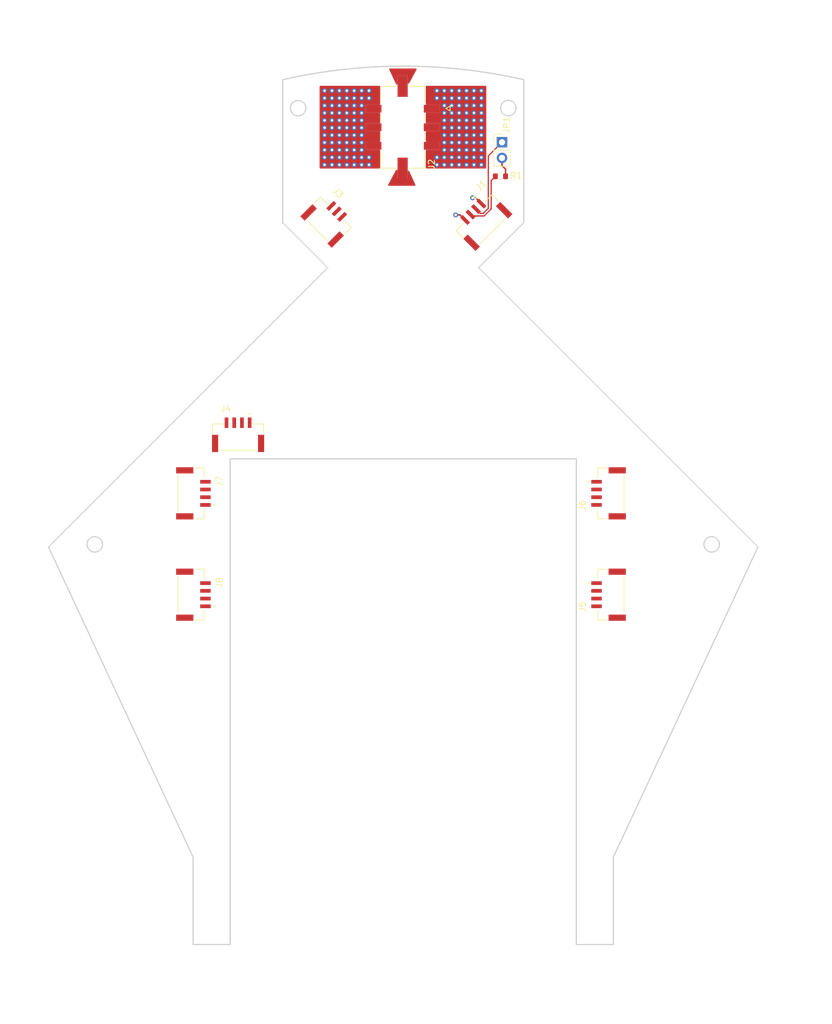
<source format=kicad_pcb>
(kicad_pcb (version 20240108) (generator "pcbnew") (generator_version "8.0")
  (layers (0 "F.Cu" signal) (1 "In1.Cu" power) (2 "In2.Cu" power) (31 "B.Cu" signal) (34 "B.Paste" user) (35 "F.Paste" user) (36 "B.SilkS" user "B.Silkscreen") (37 "F.SilkS" user "F.Silkscreen") (38 "B.Mask" user) (39 "F.Mask" user) (44 "Edge.Cuts" user))
  (net 0 "")
  (net 1 "CAN+")
  (net 2 "Net-(JP1-B)")
  (net 3 "GND")
  (net 4 "CAN-")
  (net 5 "VCC")
  (net 6 "/MP2_POWER")
  (net 7 "/MP1_POWER")
  (net 8 "+5V")
  (net 9 "BKBM")
  (footprint "bots:JST_BM04B-GHS-TBT" (layer "F.Cu") (at 92.4625 50.8625 45)
    (property "Reference" "J1" (at 3.926458 -5.48954 45) (layer "F.SilkS"))
    (property "Value" "JST_BM04B-GHS-TBT")
    (fp_line (start -4.125 -3.15) (end -2.5 -3.149999) (stroke (width 0.127)) (layer "F.SilkS"))
    (fp_line (start -4.125 -1.72) (end -4.125 -3.15) (stroke (width 0.127)) (layer "F.SilkS"))
    (fp_line (start -2.9 1.1) (end 2.9 1.1) (stroke (width 0.127)) (layer "F.SilkS"))
    (fp_line (start 2.5 -3.149999) (end 4.125 -3.15) (stroke (width 0.127)) (layer "F.SilkS"))
    (fp_line (start 4.125 -1.72) (end 4.125 -3.15) (stroke (width 0.127)) (layer "F.SilkS"))
    (fp_circle (center 1.875 -4.8) (end 1.974999 -4.8) (stroke (width 0.2)) (fill none) (layer "F.SilkS"))
    (pad "1" smd rect (at 1.875 -3.35 135) (size 1.7 0.6) (layers "F.Cu" "F.Paste" "F.Mask") (net 3 "GND"))
    (pad "2" smd rect (at 0.625 -3.35 135) (size 1.7 0.6) (layers "F.Cu" "F.Paste" "F.Mask") (net 1 "CAN+"))
    (pad "3" smd rect (at -0.625 -3.35 135) (size 1.7 0.6) (layers "F.Cu" "F.Paste" "F.Mask") (net 4 "CAN-"))
    (pad "4" smd rect (at -1.875 -3.35 135) (size 1.7 0.6) (layers "F.Cu" "F.Paste" "F.Mask") (net 3 "GND"))
    (pad "S1" smd rect (at -3.725 0 315) (size 2.8 1) (layers "F.Cu" "F.Paste" "F.Mask"))
    (pad "S2" smd rect (at 3.725 0 315) (size 2.8 1) (layers "F.Cu" "F.Paste" "F.Mask"))
  )
  (footprint "bots:R_0603_1608Metric" (layer "F.Cu") (at 94.5 42.75 180)
    (property "Reference" "R1" (at -2.55 0.1 180) (layer "F.SilkS"))
    (property "Value" "120R")
    (fp_line (start -0.237258 0.5225) (end 0.237258 0.5225) (stroke (width 0.12)) (layer "F.SilkS"))
    (fp_line (start -0.237258 -0.5225) (end 0.237258 -0.5225) (stroke (width 0.12)) (layer "F.SilkS"))
    (pad "1" smd roundrect (at -0.825 0 180) (size 0.8 0.95) (layers "F.Cu" "F.Paste" "F.Mask") (net 2 "Net-(JP1-B)"))
    (pad "2" smd roundrect (at 0.825 0 180) (size 0.8 0.95) (layers "F.Cu" "F.Paste" "F.Mask") (net 4 "CAN-"))
  )
  (footprint "bots:JST_BM04B-GHS-TBT" (layer "F.Cu") (at 43.3625 110.5 -90)
    (property "Reference" "J8" (at -1.96 -5.608 90) (layer "F.SilkS"))
    (property "Value" "JST_BM04B-GHS-TBT")
    (fp_line (start -2.9 1.1) (end 2.9 1.1) (stroke (width 0.127)) (layer "F.SilkS"))
    (fp_line (start -4.125 -1.72) (end -4.125 -3.15) (stroke (width 0.127)) (layer "F.SilkS"))
    (fp_line (start 4.125 -1.72) (end 4.125 -3.15) (stroke (width 0.127)) (layer "F.SilkS"))
    (fp_line (start -4.125 -3.15) (end -2.5 -3.15) (stroke (width 0.127)) (layer "F.SilkS"))
    (fp_line (start 2.5 -3.15) (end 4.125 -3.15) (stroke (width 0.127)) (layer "F.SilkS"))
    (fp_circle (center 1.875 -4.8) (end 1.975 -4.8) (stroke (width 0.2)) (fill none) (layer "F.SilkS"))
    (pad "1" smd rect (at 1.875 -3.35) (size 1.7 0.6) (layers "F.Cu" "F.Paste" "F.Mask") (net 3 "GND"))
    (pad "2" smd rect (at 0.625 -3.35) (size 1.7 0.6) (layers "F.Cu" "F.Paste" "F.Mask"))
    (pad "3" smd rect (at -0.625 -3.35) (size 1.7 0.6) (layers "F.Cu" "F.Paste" "F.Mask"))
    (pad "4" smd rect (at -1.875 -3.35) (size 1.7 0.6) (layers "F.Cu" "F.Paste" "F.Mask") (net 3 "GND"))
    (pad "S1" smd rect (at -3.725 0 180) (size 2.8 1) (layers "F.Cu" "F.Paste" "F.Mask"))
    (pad "S2" smd rect (at 3.725 0 180) (size 2.8 1) (layers "F.Cu" "F.Paste" "F.Mask"))
  )
  (footprint "bots:JST_BM04B-GHS-TBT" (layer "F.Cu") (at 52 86)
    (property "Reference" "J4" (at -1.96 -5.608 360) (layer "F.SilkS"))
    (property "Value" "JST_BM04B-GHS-TBT")
    (fp_line (start -4.125 -3.15) (end -2.5 -3.15) (stroke (width 0.127)) (layer "F.SilkS"))
    (fp_line (start -4.125 -1.72) (end -4.125 -3.15) (stroke (width 0.127)) (layer "F.SilkS"))
    (fp_line (start -2.9 1.1) (end 2.9 1.1) (stroke (width 0.127)) (layer "F.SilkS"))
    (fp_line (start 2.5 -3.15) (end 4.125 -3.15) (stroke (width 0.127)) (layer "F.SilkS"))
    (fp_line (start 4.125 -1.72) (end 4.125 -3.15) (stroke (width 0.127)) (layer "F.SilkS"))
    (fp_circle (center 1.875 -4.8) (end 1.975 -4.8) (stroke (width 0.2)) (fill none) (layer "F.SilkS"))
    (pad "1" smd rect (at 1.875 -3.35 90) (size 1.7 0.6) (layers "F.Cu" "F.Paste" "F.Mask") (net 3 "GND"))
    (pad "2" smd rect (at 0.625 -3.35 90) (size 1.7 0.6) (layers "F.Cu" "F.Paste" "F.Mask"))
    (pad "3" smd rect (at -0.625 -3.35 90) (size 1.7 0.6) (layers "F.Cu" "F.Paste" "F.Mask"))
    (pad "4" smd rect (at -1.875 -3.35 90) (size 1.7 0.6) (layers "F.Cu" "F.Paste" "F.Mask") (net 3 "GND"))
    (pad "S1" smd rect (at -3.725 0 270) (size 2.8 1) (layers "F.Cu" "F.Paste" "F.Mask"))
    (pad "S2" smd rect (at 3.725 0 270) (size 2.8 1) (layers "F.Cu" "F.Paste" "F.Mask"))
  )
  (footprint "bots:TE_1586842-6_6PIN" (layer "F.Cu") (at 83.35325 31.7975 90)
    (property "Reference" "J2" (at -9 0 90) (layer "F.SilkS"))
    (property "Value" "1586842-6")
    (fp_line (start 3.629401 -8.256) (end 0.96774 -8.256) (stroke (width 0.1524)) (layer "F.SilkS"))
    (fp_line (start -0.96774 -8.256) (end -2.032259 -8.256) (stroke (width 0.1524)) (layer "F.SilkS"))
    (fp_line (start -3.967739 -8.256) (end -5.032258 -8.256) (stroke (width 0.1524)) (layer "F.SilkS"))
    (fp_line (start -6.967738 -8.256) (end -9.629399 -8.256) (stroke (width 0.1524)) (layer "F.SilkS"))
    (fp_line (start -9.629399 -8.256) (end -9.629399 -5.85824) (stroke (width 0.1524)) (layer "F.SilkS"))
    (fp_line (start 3.629401 -5.85824) (end 3.629401 -8.256) (stroke (width 0.1524)) (layer "F.SilkS"))
    (fp_line (start -9.629399 -3.54176) (end -9.629399 -1.144) (stroke (width 0.1524)) (layer "F.SilkS"))
    (fp_line (start 3.629401 -1.144) (end 3.629401 -3.54176) (stroke (width 0.1524)) (layer "F.SilkS"))
    (fp_line (start 0.96774 -1.144) (end 3.629401 -1.144) (stroke (width 0.1524)) (layer "F.SilkS"))
    (fp_line (start -2.032259 -1.144) (end -0.96774 -1.144) (stroke (width 0.1524)) (layer "F.SilkS"))
    (fp_line (start -5.032258 -1.144) (end -3.967739 -1.144) (stroke (width 0.1524)) (layer "F.SilkS"))
    (fp_line (start -9.629399 -1.144) (end -6.967738 -1.144) (stroke (width 0.1524)) (layer "F.SilkS"))
    (fp_line (start 0.045 2.295) (end -0.355 2.995) (stroke (width 0.127)) (layer "F.SilkS"))
    (fp_line (start 0.445 2.995) (end 0.045 2.295) (stroke (width 0.127)) (layer "F.SilkS"))
    (fp_line (start -0.355 2.995) (end 0.445 2.995) (stroke (width 0.127)) (layer "F.SilkS"))
    (pad "1" smd rect (at 0 0.000001 90) (size 1.27 2.54) (layers "F.Cu" "F.Paste" "F.Mask") (net 3 "GND"))
    (pad "2" smd rect (at -2.999999 0.000001 90) (size 1.27 2.54) (layers "F.Cu" "F.Paste" "F.Mask") (net 3 "GND"))
    (pad "3" smd rect (at -5.999998 0.000001 90) (size 1.27 2.54) (layers "F.Cu" "F.Paste" "F.Mask") (net 3 "GND"))
    (pad "4" smd rect (at 0 -9.4 90) (size 1.27 2.54) (layers "F.Cu" "F.Paste" "F.Mask") (net 5 "VCC"))
    (pad "5" smd rect (at -2.999999 -9.4 90) (size 1.27 2.54) (layers "F.Cu" "F.Paste" "F.Mask") (net 5 "VCC"))
    (pad "6" smd rect (at -5.999998 -9.4 90) (size 1.27 2.54) (layers "F.Cu" "F.Paste" "F.Mask") (net 5 "VCC"))
    (pad "MP1" smd rect (at -9.634999 -4.7 90) (size 3.429 1.651) (layers "F.Cu" "F.Paste" "F.Mask") (net 7 "/MP1_POWER"))
    (pad "MP2" smd rect (at 3.635001 -4.7 90) (size 3.429 1.651) (layers "F.Cu" "F.Paste" "F.Mask") (net 6 "/MP2_POWER"))
  )
  (footprint "bots:JST_BM04B-GHS-TBT" (layer "F.Cu") (at 43.3625 94.0875 -90)
    (property "Reference" "J7" (at -1.96 -5.608 90) (layer "F.SilkS"))
    (property "Value" "JST_BM04B-GHS-TBT")
    (fp_line (start -2.9 1.1) (end 2.9 1.1) (stroke (width 0.127)) (layer "F.SilkS"))
    (fp_line (start -4.125 -1.72) (end -4.125 -3.15) (stroke (width 0.127)) (layer "F.SilkS"))
    (fp_line (start 4.125 -1.72) (end 4.125 -3.15) (stroke (width 0.127)) (layer "F.SilkS"))
    (fp_line (start -4.125 -3.15) (end -2.5 -3.15) (stroke (width 0.127)) (layer "F.SilkS"))
    (fp_line (start 2.5 -3.15) (end 4.125 -3.15) (stroke (width 0.127)) (layer "F.SilkS"))
    (fp_circle (center 1.875 -4.8) (end 1.975 -4.8) (stroke (width 0.2)) (fill none) (layer "F.SilkS"))
    (pad "1" smd rect (at 1.875 -3.35) (size 1.7 0.6) (layers "F.Cu" "F.Paste" "F.Mask") (net 3 "GND"))
    (pad "2" smd rect (at 0.625 -3.35) (size 1.7 0.6) (layers "F.Cu" "F.Paste" "F.Mask"))
    (pad "3" smd rect (at -0.625 -3.35) (size 1.7 0.6) (layers "F.Cu" "F.Paste" "F.Mask"))
    (pad "4" smd rect (at -1.875 -3.35) (size 1.7 0.6) (layers "F.Cu" "F.Paste" "F.Mask") (net 3 "GND"))
    (pad "S1" smd rect (at -3.725 0 180) (size 2.8 1) (layers "F.Cu" "F.Paste" "F.Mask"))
    (pad "S2" smd rect (at 3.725 0 180) (size 2.8 1) (layers "F.Cu" "F.Paste" "F.Mask"))
  )
  (footprint "bots:JST_BM04B-GHS-TBT" (layer "F.Cu") (at 113.4125 110.5 90)
    (property "Reference" "J5" (at -1.96 -5.608 270) (layer "F.SilkS"))
    (property "Value" "JST_BM04B-GHS-TBT")
    (fp_line (start 2.5 -3.15) (end 4.125 -3.15) (stroke (width 0.127)) (layer "F.SilkS"))
    (fp_line (start -4.125 -3.15) (end -2.5 -3.15) (stroke (width 0.127)) (layer "F.SilkS"))
    (fp_line (start 4.125 -1.72) (end 4.125 -3.15) (stroke (width 0.127)) (layer "F.SilkS"))
    (fp_line (start -4.125 -1.72) (end -4.125 -3.15) (stroke (width 0.127)) (layer "F.SilkS"))
    (fp_line (start -2.9 1.1) (end 2.9 1.1) (stroke (width 0.127)) (layer "F.SilkS"))
    (fp_circle (center 1.875 -4.8) (end 1.975 -4.8) (stroke (width 0.2)) (fill none) (layer "F.SilkS"))
    (pad "1" smd rect (at 1.875 -3.35 180) (size 1.7 0.6) (layers "F.Cu" "F.Paste" "F.Mask") (net 3 "GND"))
    (pad "2" smd rect (at 0.625 -3.35 180) (size 1.7 0.6) (layers "F.Cu" "F.Paste" "F.Mask"))
    (pad "3" smd rect (at -0.625 -3.35 180) (size 1.7 0.6) (layers "F.Cu" "F.Paste" "F.Mask"))
    (pad "4" smd rect (at -1.875 -3.35 180) (size 1.7 0.6) (layers "F.Cu" "F.Paste" "F.Mask") (net 3 "GND"))
    (pad "S1" smd rect (at -3.725 0) (size 2.8 1) (layers "F.Cu" "F.Paste" "F.Mask"))
    (pad "S2" smd rect (at 3.725 0) (size 2.8 1) (layers "F.Cu" "F.Paste" "F.Mask"))
  )
  (footprint "bots:JST_BM03B-GHS-TBT" (layer "F.Cu") (at 65.610051 50.78995 -45)
    (property "Reference" "J3" (at -1.96 -5.608 135) (layer "F.SilkS"))
    (property "Value" "JST_BM03B-GHS-TBT")
    (fp_line (start -2.274999 1.1) (end 2.274999 1.1) (stroke (width 0.127)) (layer "F.SilkS"))
    (fp_line (start -3.5 -1.72) (end -3.5 -3.15) (stroke (width 0.127)) (layer "F.SilkS"))
    (fp_line (start -3.5 -3.15) (end -1.875 -3.15) (stroke (width 0.127)) (layer "F.SilkS"))
    (fp_line (start 1.875 -3.15) (end 3.5 -3.15) (stroke (width 0.127)) (layer "F.SilkS"))
    (fp_line (start 3.5 -1.72) (end 3.5 -3.15) (stroke (width 0.127)) (layer "F.SilkS"))
    (fp_circle (center 1.25 -4.8) (end 1.35 -4.8) (stroke (width 0.2)) (fill none) (layer "F.SilkS"))
    (pad "1" smd rect (at 1.25 -3.35 45) (size 1.7 0.6) (layers "F.Cu" "F.Paste" "F.Mask") (net 9 "BKBM"))
    (pad "2" smd rect (at 0 -3.35 45) (size 1.7 0.6) (layers "F.Cu" "F.Paste" "F.Mask") (net 8 "+5V"))
    (pad "3" smd rect (at -1.25 -3.35 45) (size 1.7 0.6) (layers "F.Cu" "F.Paste" "F.Mask") (net 3 "GND"))
    (pad "S1" smd rect (at -3.1 0 225) (size 2.8 1) (layers "F.Cu" "F.Paste" "F.Mask"))
    (pad "S2" smd rect (at 3.1 0 225) (size 2.8 1) (layers "F.Cu" "F.Paste" "F.Mask"))
  )
  (footprint "Connector_PinHeader_2.54mm:PinHeader_1x02_P2.54mm_Vertical" (layer "F.Cu") (at 94.75 37.225)
    (property "Reference" "JP1" (at 0.75 -2.8 90) (layer "F.SilkS"))
    (property "Value" "Jumper_2_Bridged")
    (fp_line (start -1.33 -1.33) (end 0 -1.33) (stroke (width 0.12)) (layer "F.SilkS"))
    (fp_line (start -1.33 0) (end -1.33 -1.33) (stroke (width 0.12)) (layer "F.SilkS"))
    (fp_line (start -1.33 1.27) (end -1.33 3.87) (stroke (width 0.12)) (layer "F.SilkS"))
    (fp_line (start -1.33 1.27) (end 1.33 1.27) (stroke (width 0.12)) (layer "F.SilkS"))
    (fp_line (start -1.33 3.87) (end 1.33 3.87) (stroke (width 0.12)) (layer "F.SilkS"))
    (fp_line (start 1.33 1.27) (end 1.33 3.87) (stroke (width 0.12)) (layer "F.SilkS"))
    (pad "1" thru_hole rect (at 0 0) (size 1.7 1.7) (drill 1) (layers "*.Cu" "*.Mask") (net 1 "CAN+"))
    (pad "2" thru_hole oval (at 0 2.54) (size 1.7 1.7) (drill 1) (layers "*.Cu" "*.Mask") (net 2 "Net-(JP1-B)"))
  )
  (footprint "bots:JST_BM04B-GHS-TBT" (layer "F.Cu") (at 113.4125 94.0875 90)
    (property "Reference" "J6" (at -1.96 -5.608 270) (layer "F.SilkS"))
    (property "Value" "JST_BM04B-GHS-TBT")
    (fp_line (start 2.5 -3.15) (end 4.125 -3.15) (stroke (width 0.127)) (layer "F.SilkS"))
    (fp_line (start -4.125 -3.15) (end -2.5 -3.15) (stroke (width 0.127)) (layer "F.SilkS"))
    (fp_line (start 4.125 -1.72) (end 4.125 -3.15) (stroke (width 0.127)) (layer "F.SilkS"))
    (fp_line (start -4.125 -1.72) (end -4.125 -3.15) (stroke (width 0.127)) (layer "F.SilkS"))
    (fp_line (start -2.9 1.1) (end 2.9 1.1) (stroke (width 0.127)) (layer "F.SilkS"))
    (fp_circle (center 1.875 -4.8) (end 1.975 -4.8) (stroke (width 0.2)) (fill none) (layer "F.SilkS"))
    (pad "1" smd rect (at 1.875 -3.35 180) (size 1.7 0.6) (layers "F.Cu" "F.Paste" "F.Mask") (net 3 "GND"))
    (pad "2" smd rect (at 0.625 -3.35 180) (size 1.7 0.6) (layers "F.Cu" "F.Paste" "F.Mask"))
    (pad "3" smd rect (at -0.625 -3.35 180) (size 1.7 0.6) (layers "F.Cu" "F.Paste" "F.Mask"))
    (pad "4" smd rect (at -1.875 -3.35 180) (size 1.7 0.6) (layers "F.Cu" "F.Paste" "F.Mask") (net 3 "GND"))
    (pad "S1" smd rect (at -3.725 0) (size 2.8 1) (layers "F.Cu" "F.Paste" "F.Mask"))
    (pad "S2" smd rect (at 3.725 0) (size 2.8 1) (layers "F.Cu" "F.Paste" "F.Mask"))
  )
  (gr_line (start 21.292766 102.770616) (end 22.198021 104.711941) (stroke (width 0.2)) (layer "Edge.Cuts"))
  (gr_line (start 98.273023 50.245341) (end 98.273023 27.094819) (stroke (width 0.2)) (layer "Edge.Cuts"))
  (gr_arc (start 59.226977 27.094819) (mid 78.75 24.901877) (end 98.273023 27.094819) (stroke (width 0.2)) (layer "Edge.Cuts"))
  (gr_line (start 135.301979 104.711941) (end 136.207234 102.770616) (stroke (width 0.2)) (layer "Edge.Cuts"))
  (gr_line (start 22.807399 101.255983) (end 21.292766 102.770616) (stroke (width 0.2)) (layer "Edge.Cuts"))
  (gr_line (start 106.783705 167.15094) (end 112.783705 167.15094) (stroke (width 0.2)) (layer "Edge.Cuts"))
  (gr_line (start 66.52251 57.540873) (end 60.991165 63.072217) (stroke (width 0.2)) (layer "Edge.Cuts"))
  (gr_line (start 50.716295 167.15094) (end 50.716295 88.5) (stroke (width 0.2)) (layer "Edge.Cuts"))
  (gr_line (start 112.783705 167.15094) (end 112.783705 153.002536) (stroke (width 0.2)) (layer "Edge.Cuts"))
  (gr_line (start 59.226977 50.245341) (end 66.52251 57.540873) (stroke (width 0.2)) (layer "Edge.Cuts"))
  (gr_line (start 115.016303 148.214715) (end 135.301979 104.711941) (stroke (width 0.2)) (layer "Edge.Cuts"))
  (gr_line (start 90.97749 57.540873) (end 98.273023 50.245341) (stroke (width 0.2)) (layer "Edge.Cuts"))
  (gr_line (start 22.198021 104.711941) (end 42.483697 148.214715) (stroke (width 0.2)) (layer "Edge.Cuts"))
  (gr_circle (center 28.787804 102.346646) (end 30.037804 102.346646) (stroke (width 0.2)) (fill none) (layer "Edge.Cuts"))
  (gr_line (start 44.716295 167.15094) (end 50.716295 167.15094) (stroke (width 0.2)) (layer "Edge.Cuts"))
  (gr_line (start 136.207234 102.770616) (end 134.692601 101.255983) (stroke (width 0.2)) (layer "Edge.Cuts"))
  (gr_line (start 106.783705 88.5) (end 106.783705 167.15094) (stroke (width 0.2)) (layer "Edge.Cuts"))
  (gr_line (start 44.716295 153.002536) (end 44.716295 167.15094) (stroke (width 0.2)) (layer "Edge.Cuts"))
  (gr_circle (center 95.773023 31.706012) (end 97.023023 31.706012) (stroke (width 0.2)) (fill none) (layer "Edge.Cuts"))
  (gr_line (start 134.692601 101.255983) (end 96.508835 63.072217) (stroke (width 0.2)) (layer "Edge.Cuts"))
  (gr_line (start 59.226977 27.094819) (end 59.226977 50.245341) (stroke (width 0.2)) (layer "Edge.Cuts"))
  (gr_line (start 112.783705 153.002536) (end 115.016303 148.214715) (stroke (width 0.2)) (layer "Edge.Cuts"))
  (gr_line (start 50.716295 88.5) (end 106.783705 88.5) (stroke (width 0.2)) (layer "Edge.Cuts"))
  (gr_circle (center 128.712196 102.346646) (end 129.962196 102.346646) (stroke (width 0.2)) (fill none) (layer "Edge.Cuts"))
  (gr_line (start 60.991165 63.072217) (end 22.807399 101.255983) (stroke (width 0.2)) (layer "Edge.Cuts"))
  (gr_line (start 42.483697 148.214715) (end 44.716295 153.002536) (stroke (width 0.2)) (layer "Edge.Cuts"))
  (gr_line (start 96.508835 63.072217) (end 90.97749 57.540873) (stroke (width 0.2)) (layer "Edge.Cuts"))
  (gr_circle (center 61.726977 31.706012) (end 62.976977 31.706012) (stroke (width 0.2)) (fill none) (layer "Edge.Cuts"))
  (segment (start 92.53269 39.44231) (end 92.53269 47.916332) (width 0.2) (layer "F.Cu") (net 1))
  (segment (start 94.75 37.225) (end 92.53269 39.44231) (width 0.2) (layer "F.Cu") (net 1))
  (segment (start 91.699022 48.75) (end 91.233883 48.75) (width 0.2) (layer "F.Cu") (net 1))
  (segment (start 91.233883 48.75) (end 90.535634 48.051751) (width 0.2) (layer "F.Cu") (net 1))
  (segment (start 92.53269 47.916332) (end 91.699022 48.75) (width 0.2) (layer "F.Cu") (net 1))
  (segment (start 95.325 41.575) (end 95.325 42.75) (width 0.25) (layer "F.Cu") (net 2))
  (segment (start 94.75 39.765) (end 94.75 41) (width 0.25) (layer "F.Cu") (net 2))
  (segment (start 94.75 41) (end 95.325 41.575) (width 0.25) (layer "F.Cu") (net 2))
  (segment (start 90.47665 46.225) (end 91.419517 47.167867) (width 0.25) (layer "F.Cu") (net 3))
  (segment (start 87.94835 49) (end 88.767867 49.819517) (width 0.25) (layer "F.Cu") (net 3))
  (segment (start 90 46.225) (end 90.47665 46.225) (width 0.25) (layer "F.Cu") (net 3))
  (segment (start 87.25 49) (end 87.94835 49) (width 0.25) (layer "F.Cu") (net 3))
  (via (at 86.607234 40.879384) (size 0.8) (drill 0.4) (layers "F.Cu" "B.Cu") (net 3))
  (via (at 85.407234 30.079384) (size 0.8) (drill 0.4) (layers "F.Cu" "B.Cu") (net 3))
  (via (at 90.207234 38.479384) (size 0.8) (drill 0.4) (layers "F.Cu" "B.Cu") (net 3))
  (via (at 87.807234 31.279384) (size 0.8) (drill 0.4) (layers "F.Cu" "B.Cu") (net 3))
  (via (at 85.407234 34.879384) (size 0.8) (drill 0.4) (layers "F.Cu" "B.Cu") (net 3))
  (via (at 87.807234 33.679384) (size 0.8) (drill 0.4) (layers "F.Cu" "B.Cu") (net 3))
  (via (at 87.807234 28.879384) (size 0.8) (drill 0.4) (layers "F.Cu" "B.Cu") (net 3))
  (via (at 91.407234 28.879384) (size 0.8) (drill 0.4) (layers "F.Cu" "B.Cu") (net 3))
  (via (at 90 46.225) (size 0.8) (drill 0.4) (layers "F.Cu" "B.Cu") (net 3))
  (via (at 84.207234 30.079384) (size 0.8) (drill 0.4) (layers "F.Cu" "B.Cu") (net 3))
  (via (at 86.607234 28.879384) (size 0.8) (drill 0.4) (layers "F.Cu" "B.Cu") (net 3))
  (via (at 87.807234 37.279384) (size 0.8) (drill 0.4) (layers "F.Cu" "B.Cu") (net 3))
  (via (at 91.407234 39.679384) (size 0.8) (drill 0.4) (layers "F.Cu" "B.Cu") (net 3))
  (via (at 87.807234 32.479384) (size 0.8) (drill 0.4) (layers "F.Cu" "B.Cu") (net 3))
  (via (at 90.207234 30.079384) (size 0.8) (drill 0.4) (layers "F.Cu" "B.Cu") (net 3))
  (via (at 89.007234 38.479384) (size 0.8) (drill 0.4) (layers "F.Cu" "B.Cu") (net 3))
  (via (at 91.407234 32.479384) (size 0.8) (drill 0.4) (layers "F.Cu" "B.Cu") (net 3))
  (via (at 91.407234 40.879384) (size 0.8) (drill 0.4) (layers "F.Cu" "B.Cu") (net 3))
  (via (at 89.007234 34.879384) (size 0.8) (drill 0.4) (layers "F.Cu" "B.Cu") (net 3))
  (via (at 86.607234 31.279384) (size 0.8) (drill 0.4) (layers "F.Cu" "B.Cu") (net 3))
  (via (at 85.407234 32.479384) (size 0.8) (drill 0.4) (layers "F.Cu" "B.Cu") (net 3))
  (via (at 87.807234 38.479384) (size 0.8) (drill 0.4) (layers "F.Cu" "B.Cu") (net 3))
  (via (at 87.807234 30.079384) (size 0.8) (drill 0.4) (layers "F.Cu" "B.Cu") (net 3))
  (via (at 85.407234 31.279384) (size 0.8) (drill 0.4) (layers "F.Cu" "B.Cu") (net 3))
  (via (at 86.607234 39.679384) (size 0.8) (drill 0.4) (layers "F.Cu" "B.Cu") (net 3))
  (via (at 90.207234 33.679384) (size 0.8) (drill 0.4) (layers "F.Cu" "B.Cu") (net 3))
  (via (at 89.007234 32.479384) (size 0.8) (drill 0.4) (layers "F.Cu" "B.Cu") (net 3))
  (via (at 90.207234 34.879384) (size 0.8) (drill 0.4) (layers "F.Cu" "B.Cu") (net 3))
  (via (at 90.207234 32.479384) (size 0.8) (drill 0.4) (layers "F.Cu" "B.Cu") (net 3))
  (via (at 84.207234 40.879384) (size 0.8) (drill 0.4) (layers "F.Cu" "B.Cu") (net 3))
  (via (at 84.207234 39.679384) (size 0.8) (drill 0.4) (layers "F.Cu" "B.Cu") (net 3))
  (via (at 89.007234 33.679384) (size 0.8) (drill 0.4) (layers "F.Cu" "B.Cu") (net 3))
  (via (at 90.207234 31.279384) (size 0.8) (drill 0.4) (layers "F.Cu" "B.Cu") (net 3))
  (via (at 86.607234 37.279384) (size 0.8) (drill 0.4) (layers "F.Cu" "B.Cu") (net 3))
  (via (at 90.207234 40.879384) (size 0.8) (drill 0.4) (layers "F.Cu" "B.Cu") (net 3))
  (via (at 87.25 49) (size 0.8) (drill 0.4) (layers "F.Cu" "B.Cu") (net 3))
  (via (at 86.607234 30.079384) (size 0.8) (drill 0.4) (layers "F.Cu" "B.Cu") (net 3))
  (via (at 87.807234 39.679384) (size 0.8) (drill 0.4) (layers "F.Cu" "B.Cu") (net 3))
  (via (at 87.807234 34.879384) (size 0.8) (drill 0.4) (layers "F.Cu" "B.Cu") (net 3))
  (via (at 85.407234 38.479384) (size 0.8) (drill 0.4) (layers "F.Cu" "B.Cu") (net 3))
  (via (at 91.407234 30.079384) (size 0.8) (drill 0.4) (layers "F.Cu" "B.Cu") (net 3))
  (via (at 87.807234 36.079384) (size 0.8) (drill 0.4) (layers "F.Cu" "B.Cu") (net 3))
  (via (at 91.407234 34.879384) (size 0.8) (drill 0.4) (layers "F.Cu" "B.Cu") (net 3))
  (via (at 90.207234 39.679384) (size 0.8) (drill 0.4) (layers "F.Cu" "B.Cu") (net 3))
  (via (at 89.007234 36.079384) (size 0.8) (drill 0.4) (layers "F.Cu" "B.Cu") (net 3))
  (via (at 89.007234 30.079384) (size 0.8) (drill 0.4) (layers "F.Cu" "B.Cu") (net 3))
  (via (at 87.807234 40.879384) (size 0.8) (drill 0.4) (layers "F.Cu" "B.Cu") (net 3))
  (via (at 86.607234 32.479384) (size 0.8) (drill 0.4) (layers "F.Cu" "B.Cu") (net 3))
  (via (at 89.007234 37.279384) (size 0.8) (drill 0.4) (layers "F.Cu" "B.Cu") (net 3))
  (via (at 86.607234 38.479384) (size 0.8) (drill 0.4) (layers "F.Cu" "B.Cu") (net 3))
  (via (at 85.407234 28.879384) (size 0.8) (drill 0.4) (layers "F.Cu" "B.Cu") (net 3))
  (via (at 90.207234 37.279384) (size 0.8) (drill 0.4) (layers "F.Cu" "B.Cu") (net 3))
  (via (at 85.407234 36.079384) (size 0.8) (drill 0.4) (layers "F.Cu" "B.Cu") (net 3))
  (via (at 84.207234 28.879384) (size 0.8) (drill 0.4) (layers "F.Cu" "B.Cu") (net 3))
  (via (at 85.407234 37.279384) (size 0.8) (drill 0.4) (layers "F.Cu" "B.Cu") (net 3))
  (via (at 85.407234 39.679384) (size 0.8) (drill 0.4) (layers "F.Cu" "B.Cu") (net 3))
  (via (at 86.607234 33.679384) (size 0.8) (drill 0.4) (layers "F.Cu" "B.Cu") (net 3))
  (via (at 89.007234 40.879384) (size 0.8) (drill 0.4) (layers "F.Cu" "B.Cu") (net 3))
  (via (at 85.407234 40.879384) (size 0.8) (drill 0.4) (layers "F.Cu" "B.Cu") (net 3))
  (via (at 89.007234 39.679384) (size 0.8) (drill 0.4) (layers "F.Cu" "B.Cu") (net 3))
  (via (at 91.407234 31.279384) (size 0.8) (drill 0.4) (layers "F.Cu" "B.Cu") (net 3))
  (via (at 91.407234 36.079384) (size 0.8) (drill 0.4) (layers "F.Cu" "B.Cu") (net 3))
  (via (at 90.207234 36.079384) (size 0.8) (drill 0.4) (layers "F.Cu" "B.Cu") (net 3))
  (via (at 86.607234 36.079384) (size 0.8) (drill 0.4) (layers "F.Cu" "B.Cu") (net 3))
  (via (at 89.007234 28.879384) (size 0.8) (drill 0.4) (layers "F.Cu" "B.Cu") (net 3))
  (via (at 91.407234 33.679384) (size 0.8) (drill 0.4) (layers "F.Cu" "B.Cu") (net 3))
  (via (at 89.007234 31.279384) (size 0.8) (drill 0.4) (layers "F.Cu" "B.Cu") (net 3))
  (via (at 86.607234 34.879384) (size 0.8) (drill 0.4) (layers "F.Cu" "B.Cu") (net 3))
  (via (at 85.407234 33.679384) (size 0.8) (drill 0.4) (layers "F.Cu" "B.Cu") (net 3))
  (via (at 90.207234 28.879384) (size 0.8) (drill 0.4) (layers "F.Cu" "B.Cu") (net 3))
  (via (at 91.407234 37.279384) (size 0.8) (drill 0.4) (layers "F.Cu" "B.Cu") (net 3))
  (via (at 91.407234 38.479384) (size 0.8) (drill 0.4) (layers "F.Cu" "B.Cu") (net 3))
  (segment (start 93 48.014708) (end 91.849784 49.164924) (width 0.2) (layer "F.Cu") (net 4))
  (segment (start 93 43.425) (end 93 48.014708) (width 0.2) (layer "F.Cu") (net 4))
  (segment (start 93.675 42.75) (end 93 43.425) (width 0.2) (layer "F.Cu") (net 4))
  (segment (start 89.881041 49.164924) (end 89.651751 48.935634) (width 0.2) (layer "F.Cu") (net 4))
  (segment (start 91.849784 49.164924) (end 89.881041 49.164924) (width 0.2) (layer "F.Cu") (net 4))
  (via (at 67.207234 33.679384) (size 0.8) (drill 0.4) (layers "F.Cu" "B.Cu") (net 5))
  (via (at 67.207234 36.079384) (size 0.8) (drill 0.4) (layers "F.Cu" "B.Cu") (net 5))
  (via (at 66.007234 33.679384) (size 0.8) (drill 0.4) (layers "F.Cu" "B.Cu") (net 5))
  (via (at 67.207234 30.079384) (size 0.8) (drill 0.4) (layers "F.Cu" "B.Cu") (net 5))
  (via (at 72.007234 38.479384) (size 0.8) (drill 0.4) (layers "F.Cu" "B.Cu") (net 5))
  (via (at 66.007234 31.279384) (size 0.8) (drill 0.4) (layers "F.Cu" "B.Cu") (net 5))
  (via (at 68.407234 28.879384) (size 0.8) (drill 0.4) (layers "F.Cu" "B.Cu") (net 5))
  (via (at 70.807234 38.479384) (size 0.8) (drill 0.4) (layers "F.Cu" "B.Cu") (net 5))
  (via (at 73.207234 39.679384) (size 0.8) (drill 0.4) (layers "F.Cu" "B.Cu") (net 5))
  (via (at 66.007234 30.079384) (size 0.8) (drill 0.4) (layers "F.Cu" "B.Cu") (net 5))
  (via (at 66.007234 28.879384) (size 0.8) (drill 0.4) (layers "F.Cu" "B.Cu") (net 5))
  (via (at 73.207234 40.879384) (size 0.8) (drill 0.4) (layers "F.Cu" "B.Cu") (net 5))
  (via (at 67.207234 32.479384) (size 0.8) (drill 0.4) (layers "F.Cu" "B.Cu") (net 5))
  (via (at 72.007234 37.279384) (size 0.8) (drill 0.4) (layers "F.Cu" "B.Cu") (net 5))
  (via (at 72.007234 30.079384) (size 0.8) (drill 0.4) (layers "F.Cu" "B.Cu") (net 5))
  (via (at 68.407234 39.679384) (size 0.8) (drill 0.4) (layers "F.Cu" "B.Cu") (net 5))
  (via (at 70.807234 31.279384) (size 0.8) (drill 0.4) (layers "F.Cu" "B.Cu") (net 5))
  (via (at 70.807234 40.879384) (size 0.8) (drill 0.4) (layers "F.Cu" "B.Cu") (net 5))
  (via (at 66.007234 37.279384) (size 0.8) (drill 0.4) (layers "F.Cu" "B.Cu") (net 5))
  (via (at 72.007234 34.879384) (size 0.8) (drill 0.4) (layers "F.Cu" "B.Cu") (net 5))
  (via (at 69.607234 33.679384) (size 0.8) (drill 0.4) (layers "F.Cu" "B.Cu") (net 5))
  (via (at 70.807234 36.079384) (size 0.8) (drill 0.4) (layers "F.Cu" "B.Cu") (net 5))
  (via (at 67.207234 37.279384) (size 0.8) (drill 0.4) (layers "F.Cu" "B.Cu") (net 5))
  (via (at 70.807234 32.479384) (size 0.8) (drill 0.4) (layers "F.Cu" "B.Cu") (net 5))
  (via (at 67.207234 38.479384) (size 0.8) (drill 0.4) (layers "F.Cu" "B.Cu") (net 5))
  (via (at 68.407234 38.479384) (size 0.8) (drill 0.4) (layers "F.Cu" "B.Cu") (net 5))
  (via (at 72.007234 33.679384) (size 0.8) (drill 0.4) (layers "F.Cu" "B.Cu") (net 5))
  (via (at 66.007234 34.879384) (size 0.8) (drill 0.4) (layers "F.Cu" "B.Cu") (net 5))
  (via (at 68.407234 36.079384) (size 0.8) (drill 0.4) (layers "F.Cu" "B.Cu") (net 5))
  (via (at 70.807234 30.079384) (size 0.8) (drill 0.4) (layers "F.Cu" "B.Cu") (net 5))
  (via (at 67.207234 40.879384) (size 0.8) (drill 0.4) (layers "F.Cu" "B.Cu") (net 5))
  (via (at 66.007234 40.879384) (size 0.8) (drill 0.4) (layers "F.Cu" "B.Cu") (net 5))
  (via (at 68.407234 30.079384) (size 0.8) (drill 0.4) (layers "F.Cu" "B.Cu") (net 5))
  (via (at 66.007234 38.479384) (size 0.8) (drill 0.4) (layers "F.Cu" "B.Cu") (net 5))
  (via (at 73.207234 28.879384) (size 0.8) (drill 0.4) (layers "F.Cu" "B.Cu") (net 5))
  (via (at 70.807234 37.279384) (size 0.8) (drill 0.4) (layers "F.Cu" "B.Cu") (net 5))
  (via (at 73.207234 30.079384) (size 0.8) (drill 0.4) (layers "F.Cu" "B.Cu") (net 5))
  (via (at 66.007234 32.479384) (size 0.8) (drill 0.4) (layers "F.Cu" "B.Cu") (net 5))
  (via (at 69.607234 28.879384) (size 0.8) (drill 0.4) (layers "F.Cu" "B.Cu") (net 5))
  (via (at 72.007234 36.079384) (size 0.8) (drill 0.4) (layers "F.Cu" "B.Cu") (net 5))
  (via (at 72.007234 31.279384) (size 0.8) (drill 0.4) (layers "F.Cu" "B.Cu") (net 5))
  (via (at 69.607234 34.879384) (size 0.8) (drill 0.4) (layers "F.Cu" "B.Cu") (net 5))
  (via (at 68.407234 32.479384) (size 0.8) (drill 0.4) (layers "F.Cu" "B.Cu") (net 5))
  (via (at 68.407234 34.879384) (size 0.8) (drill 0.4) (layers "F.Cu" "B.Cu") (net 5))
  (via (at 67.207234 31.279384) (size 0.8) (drill 0.4) (layers "F.Cu" "B.Cu") (net 5))
  (via (at 72.007234 40.879384) (size 0.8) (drill 0.4) (layers "F.Cu" "B.Cu") (net 5))
  (via (at 70.807234 28.879384) (size 0.8) (drill 0.4) (layers "F.Cu" "B.Cu") (net 5))
  (via (at 70.807234 34.879384) (size 0.8) (drill 0.4) (layers "F.Cu" "B.Cu") (net 5))
  (via (at 69.607234 36.079384) (size 0.8) (drill 0.4) (layers "F.Cu" "B.Cu") (net 5))
  (via (at 69.607234 31.279384) (size 0.8) (drill 0.4) (layers "F.Cu" "B.Cu") (net 5))
  (via (at 67.207234 28.879384) (size 0.8) (drill 0.4) (layers "F.Cu" "B.Cu") (net 5))
  (via (at 66.007234 36.079384) (size 0.8) (drill 0.4) (layers "F.Cu" "B.Cu") (net 5))
  (via (at 68.407234 33.679384) (size 0.8) (drill 0.4) (layers "F.Cu" "B.Cu") (net 5))
  (via (at 68.407234 40.879384) (size 0.8) (drill 0.4) (layers "F.Cu" "B.Cu") (net 5))
  (via (at 66.007234 39.679384) (size 0.8) (drill 0.4) (layers "F.Cu" "B.Cu") (net 5))
  (via (at 69.607234 37.279384) (size 0.8) (drill 0.4) (layers "F.Cu" "B.Cu") (net 5))
  (via (at 70.807234 33.679384) (size 0.8) (drill 0.4) (layers "F.Cu" "B.Cu") (net 5))
  (via (at 67.207234 34.879384) (size 0.8) (drill 0.4) (layers "F.Cu" "B.Cu") (net 5))
  (via (at 69.607234 32.479384) (size 0.8) (drill 0.4) (layers "F.Cu" "B.Cu") (net 5))
  (via (at 69.607234 39.679384) (size 0.8) (drill 0.4) (layers "F.Cu" "B.Cu") (net 5))
  (via (at 69.607234 30.079384) (size 0.8) (drill 0.4) (layers "F.Cu" "B.Cu") (net 5))
  (via (at 68.407234 37.279384) (size 0.8) (drill 0.4) (layers "F.Cu" "B.Cu") (net 5))
  (via (at 69.607234 40.879384) (size 0.8) (drill 0.4) (layers "F.Cu" "B.Cu") (net 5))
  (via (at 72.007234 28.879384) (size 0.8) (drill 0.4) (layers "F.Cu" "B.Cu") (net 5))
  (via (at 68.407234 31.279384) (size 0.8) (drill 0.4) (layers "F.Cu" "B.Cu") (net 5))
  (via (at 72.007234 32.479384) (size 0.8) (drill 0.4) (layers "F.Cu" "B.Cu") (net 5))
  (via (at 72.007234 39.679384) (size 0.8) (drill 0.4) (layers "F.Cu" "B.Cu") (net 5))
  (via (at 69.607234 38.479384) (size 0.8) (drill 0.4) (layers "F.Cu" "B.Cu") (net 5))
  (via (at 70.807234 39.679384) (size 0.8) (drill 0.4) (layers "F.Cu" "B.Cu") (net 5))
  (via (at 67.207234 39.679384) (size 0.8) (drill 0.4) (layers "F.Cu" "B.Cu") (net 5))
  (zone (net 3) (net_name "GND") (layer "F.Cu") (priority 1) (connect_pads no (clearance 0)) (min_thickness 0.25) (fill yes (thermal_gap 0.5) (thermal_bridge_width 0.5))
    (polygon (pts (xy 82.407234 28.079384) (xy 92.207234 28.079384) (xy 92.207234 41.479384) (xy 82.407234 41.479384)))
  )
  (zone (net 7) (net_name "/MP1_POWER") (layer "F.Cu") (priority 2) (connect_pads no (clearance 0)) (min_thickness 0.25) (fill yes (thermal_gap 0.5) (thermal_bridge_width 0.5))
    (polygon (pts (xy 77.607234 41.679384) (xy 76.207234 44.279384) (xy 80.807234 44.279384) (xy 79.607234 41.679384)))
  )
  (zone (net 5) (net_name "VCC") (layer "F.Cu") (priority 1) (connect_pads no (clearance 0)) (min_thickness 0.25) (fill yes (thermal_gap 0.5) (thermal_bridge_width 0.5))
    (polygon (pts (xy 65.207234 28.079384) (xy 75.007234 28.079384) (xy 75.007234 41.479384) (xy 65.207234 41.479384)))
  )
  (zone (net 6) (net_name "/MP2_POWER") (layer "F.Cu") (priority 2) (connect_pads no (clearance 0)) (min_thickness 0.25) (fill yes (thermal_gap 0.5) (thermal_bridge_width 0.5))
    (polygon (pts (xy 79.607234 27.879384) (xy 81.007234 25.279384) (xy 76.407234 25.279384) (xy 77.607234 27.879384)))
  )
)
</source>
